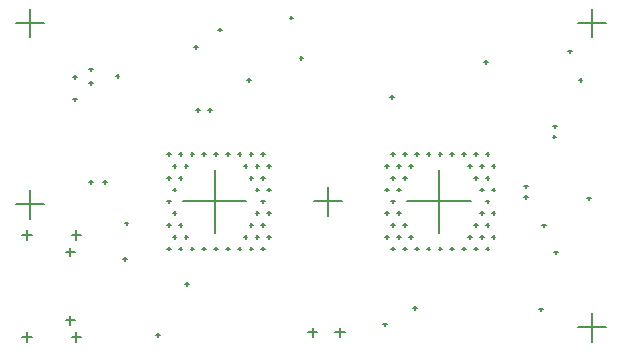
<source format=gbr>
G04*
G04 #@! TF.GenerationSoftware,Altium Limited,Altium Designer,25.2.1 (25)*
G04*
G04 Layer_Color=128*
%FSLAX25Y25*%
%MOIN*%
G70*
G04*
G04 #@! TF.SameCoordinates,44C634AB-46FA-46F5-9040-7CAB15AB579A*
G04*
G04*
G04 #@! TF.FilePolarity,Positive*
G04*
G01*
G75*
%ADD81C,0.00500*%
D81*
X86793Y-85099D02*
X89943D01*
X88368Y-86674D02*
Y-83524D01*
X77738Y-85099D02*
X80888D01*
X79313Y-86674D02*
Y-83524D01*
X-17491Y-52715D02*
X-14341D01*
X-15916Y-54290D02*
Y-51141D01*
X-1034Y-52715D02*
X2115D01*
X541Y-54290D02*
Y-51141D01*
X-1034Y-86731D02*
X2115D01*
X541Y-88306D02*
Y-85156D01*
X-17491Y-86731D02*
X-14341D01*
X-15916Y-88306D02*
Y-85156D01*
X-3022Y-81101D02*
X-70D01*
X-1546Y-82578D02*
Y-79625D01*
X-3022Y-58345D02*
X-70D01*
X-1546Y-59822D02*
Y-56869D01*
X110856Y-41500D02*
X131947D01*
X121402Y-52045D02*
Y-30955D01*
X36053Y-41500D02*
X57144D01*
X46598Y-52045D02*
Y-30955D01*
X167776Y-83500D02*
X177224D01*
X172500Y-88224D02*
Y-78776D01*
X167776Y18000D02*
X177224D01*
X172500Y13276D02*
Y22724D01*
X-19724Y-42500D02*
X-10276D01*
X-15000Y-47224D02*
Y-37776D01*
X79776Y-41500D02*
X89224D01*
X84500Y-46224D02*
Y-36776D01*
X-19724Y18000D02*
X-10276D01*
X-15000Y13276D02*
Y22724D01*
X13672Y270D02*
X14853D01*
X14263Y-321D02*
Y860D01*
X74971Y6409D02*
X76153D01*
X75562Y5819D02*
Y7000D01*
X44409Y-11000D02*
X45591D01*
X45000Y-11591D02*
Y-10409D01*
X36909Y-69000D02*
X38091D01*
X37500Y-69591D02*
Y-68410D01*
X164409Y8500D02*
X165591D01*
X165000Y7909D02*
Y9091D01*
X47909Y15819D02*
X49091D01*
X48500Y15228D02*
Y16409D01*
X16252Y-60658D02*
X17433D01*
X16842Y-61248D02*
Y-60067D01*
X40409Y-11000D02*
X41591D01*
X41000Y-11591D02*
Y-10409D01*
X30744Y-57220D02*
X31925D01*
X31335Y-57811D02*
Y-56630D01*
X32713Y-53283D02*
X33894D01*
X33303Y-53874D02*
Y-52693D01*
X30744Y-49346D02*
X31925D01*
X31335Y-49937D02*
Y-48756D01*
X32713Y-45409D02*
X33894D01*
X33303Y-46000D02*
Y-44819D01*
X30744Y-41472D02*
X31925D01*
X31335Y-42063D02*
Y-40882D01*
X32713Y-37535D02*
X33894D01*
X33303Y-38126D02*
Y-36945D01*
X30744Y-33598D02*
X31925D01*
X31335Y-34189D02*
Y-33008D01*
X32713Y-29661D02*
X33894D01*
X33303Y-30252D02*
Y-29071D01*
X30744Y-25724D02*
X31925D01*
X31335Y-26315D02*
Y-25134D01*
X34681Y-57220D02*
X35862D01*
X35272Y-57811D02*
Y-56630D01*
X36650Y-53283D02*
X37831D01*
X37240Y-53874D02*
Y-52693D01*
X34681Y-49346D02*
X35862D01*
X35272Y-49937D02*
Y-48756D01*
X34681Y-33598D02*
X35862D01*
X35272Y-34189D02*
Y-33008D01*
X36650Y-29661D02*
X37831D01*
X37240Y-30252D02*
Y-29071D01*
X34681Y-25724D02*
X35862D01*
X35272Y-26315D02*
Y-25134D01*
X38618Y-57220D02*
X39799D01*
X39209Y-57811D02*
Y-56630D01*
X38618Y-25724D02*
X39799D01*
X39209Y-26315D02*
Y-25134D01*
X42555Y-57220D02*
X43736D01*
X43146Y-57811D02*
Y-56630D01*
X42555Y-25724D02*
X43736D01*
X43146Y-26315D02*
Y-25134D01*
X46492Y-57220D02*
X47673D01*
X47083Y-57811D02*
Y-56630D01*
X46492Y-25724D02*
X47673D01*
X47083Y-26315D02*
Y-25134D01*
X50429Y-57220D02*
X51610D01*
X51020Y-57811D02*
Y-56630D01*
X50429Y-25724D02*
X51610D01*
X51020Y-26315D02*
Y-25134D01*
X54366Y-57220D02*
X55547D01*
X54957Y-57811D02*
Y-56630D01*
X56335Y-53283D02*
X57516D01*
X56925Y-53874D02*
Y-52693D01*
X56335Y-29661D02*
X57516D01*
X56925Y-30252D02*
Y-29071D01*
X54366Y-25724D02*
X55547D01*
X54957Y-26315D02*
Y-25134D01*
X58303Y-57220D02*
X59484D01*
X58894Y-57811D02*
Y-56630D01*
X60272Y-53283D02*
X61453D01*
X60862Y-53874D02*
Y-52693D01*
X58303Y-49346D02*
X59484D01*
X58894Y-49937D02*
Y-48756D01*
X60272Y-45409D02*
X61453D01*
X60862Y-46000D02*
Y-44819D01*
X60272Y-37535D02*
X61453D01*
X60862Y-38126D02*
Y-36945D01*
X58303Y-33598D02*
X59484D01*
X58894Y-34189D02*
Y-33008D01*
X60272Y-29661D02*
X61453D01*
X60862Y-30252D02*
Y-29071D01*
X58303Y-25724D02*
X59484D01*
X58894Y-26315D02*
Y-25134D01*
X62240Y-57220D02*
X63421D01*
X62831Y-57811D02*
Y-56630D01*
X64209Y-53283D02*
X65390D01*
X64799Y-53874D02*
Y-52693D01*
X62240Y-49346D02*
X63421D01*
X62831Y-49937D02*
Y-48756D01*
X64209Y-45409D02*
X65390D01*
X64799Y-46000D02*
Y-44819D01*
X62240Y-41472D02*
X63421D01*
X62831Y-42063D02*
Y-40882D01*
X64209Y-37535D02*
X65390D01*
X64799Y-38126D02*
Y-36945D01*
X62240Y-33598D02*
X63421D01*
X62831Y-34189D02*
Y-33008D01*
X64209Y-29661D02*
X65390D01*
X64799Y-30252D02*
Y-29071D01*
X62240Y-25724D02*
X63421D01*
X62831Y-26315D02*
Y-25134D01*
X103579Y-53283D02*
X104760D01*
X104169Y-53874D02*
Y-52693D01*
X103579Y-45409D02*
X104760D01*
X104169Y-46000D02*
Y-44819D01*
X103579Y-37535D02*
X104760D01*
X104169Y-38126D02*
Y-36945D01*
X103579Y-29661D02*
X104760D01*
X104169Y-30252D02*
Y-29071D01*
X105547Y-57220D02*
X106728D01*
X106138Y-57811D02*
Y-56630D01*
X107516Y-53283D02*
X108697D01*
X108107Y-53874D02*
Y-52693D01*
X105547Y-49346D02*
X106728D01*
X106138Y-49937D02*
Y-48756D01*
X107516Y-45409D02*
X108697D01*
X108107Y-46000D02*
Y-44819D01*
X105547Y-41472D02*
X106728D01*
X106138Y-42063D02*
Y-40882D01*
X107516Y-37535D02*
X108697D01*
X108107Y-38126D02*
Y-36945D01*
X105547Y-33598D02*
X106728D01*
X106138Y-34189D02*
Y-33008D01*
X107516Y-29661D02*
X108697D01*
X108107Y-30252D02*
Y-29071D01*
X105547Y-25724D02*
X106728D01*
X106138Y-26315D02*
Y-25134D01*
X109485Y-57220D02*
X110666D01*
X110075Y-57811D02*
Y-56630D01*
X111453Y-53283D02*
X112634D01*
X112043Y-53874D02*
Y-52693D01*
X109485Y-49346D02*
X110666D01*
X110075Y-49937D02*
Y-48756D01*
X109485Y-33598D02*
X110666D01*
X110075Y-34189D02*
Y-33008D01*
X111453Y-29661D02*
X112634D01*
X112043Y-30252D02*
Y-29071D01*
X109485Y-25724D02*
X110666D01*
X110075Y-26315D02*
Y-25134D01*
X113421Y-57220D02*
X114602D01*
X114012Y-57811D02*
Y-56630D01*
X113421Y-25724D02*
X114602D01*
X114012Y-26315D02*
Y-25134D01*
X117359Y-57220D02*
X118540D01*
X117949Y-57811D02*
Y-56630D01*
X117359Y-25724D02*
X118540D01*
X117949Y-26315D02*
Y-25134D01*
X121296Y-57220D02*
X122476D01*
X121886Y-57811D02*
Y-56630D01*
X121296Y-25724D02*
X122476D01*
X121886Y-26315D02*
Y-25134D01*
X125233Y-57220D02*
X126414D01*
X125823Y-57811D02*
Y-56630D01*
X125233Y-25724D02*
X126414D01*
X125823Y-26315D02*
Y-25134D01*
X129170Y-57220D02*
X130351D01*
X129760Y-57811D02*
Y-56630D01*
X131138Y-53283D02*
X132319D01*
X131729Y-53874D02*
Y-52693D01*
X131138Y-29661D02*
X132319D01*
X131729Y-30252D02*
Y-29071D01*
X129170Y-25724D02*
X130351D01*
X129760Y-26315D02*
Y-25134D01*
X133107Y-57220D02*
X134288D01*
X133697Y-57811D02*
Y-56630D01*
X135075Y-53283D02*
X136256D01*
X135666Y-53874D02*
Y-52693D01*
X133107Y-49346D02*
X134288D01*
X133697Y-49937D02*
Y-48756D01*
X135075Y-45409D02*
X136256D01*
X135666Y-46000D02*
Y-44819D01*
X135075Y-37535D02*
X136256D01*
X135666Y-38126D02*
Y-36945D01*
X133107Y-33598D02*
X134288D01*
X133697Y-34189D02*
Y-33008D01*
X135075Y-29661D02*
X136256D01*
X135666Y-30252D02*
Y-29071D01*
X133107Y-25724D02*
X134288D01*
X133697Y-26315D02*
Y-25134D01*
X137044Y-57220D02*
X138225D01*
X137634Y-57811D02*
Y-56630D01*
X139012Y-53283D02*
X140193D01*
X139603Y-53874D02*
Y-52693D01*
X137044Y-49346D02*
X138225D01*
X137634Y-49937D02*
Y-48756D01*
X139012Y-45409D02*
X140193D01*
X139603Y-46000D02*
Y-44819D01*
X137044Y-41472D02*
X138225D01*
X137634Y-42063D02*
Y-40882D01*
X139012Y-37535D02*
X140193D01*
X139603Y-38126D02*
Y-36945D01*
X137044Y-33598D02*
X138225D01*
X137634Y-34189D02*
Y-33008D01*
X139012Y-29661D02*
X140193D01*
X139603Y-30252D02*
Y-29071D01*
X137044Y-25724D02*
X138225D01*
X137634Y-26315D02*
Y-25134D01*
X57410Y-1000D02*
X58591D01*
X58000Y-1591D02*
Y-410D01*
X102909Y-82500D02*
X104091D01*
X103500Y-83091D02*
Y-81910D01*
X71649Y19819D02*
X72830D01*
X72239Y19228D02*
Y20410D01*
X170909Y-40500D02*
X172091D01*
X171500Y-41091D02*
Y-39909D01*
X112909Y-77000D02*
X114091D01*
X113500Y-77591D02*
Y-76410D01*
X39909Y10000D02*
X41091D01*
X40500Y9409D02*
Y10591D01*
X154909Y-77500D02*
X156091D01*
X155500Y-78091D02*
Y-76910D01*
X-591Y0D02*
X591D01*
X0Y-591D02*
Y591D01*
X4909Y-2000D02*
X6091D01*
X5500Y-2591D02*
Y-1409D01*
X4909Y2500D02*
X6091D01*
X5500Y1909D02*
Y3091D01*
X159409Y-16500D02*
X160591D01*
X160000Y-17090D02*
Y-15910D01*
X159909Y-58500D02*
X161091D01*
X160500Y-59091D02*
Y-57910D01*
X149909Y-40000D02*
X151091D01*
X150500Y-40591D02*
Y-39409D01*
X149909Y-36500D02*
X151091D01*
X150500Y-37091D02*
Y-35909D01*
X9409Y-35000D02*
X10591D01*
X10000Y-35591D02*
Y-34409D01*
X4909Y-35000D02*
X6091D01*
X5500Y-35591D02*
Y-34409D01*
X27161Y-86091D02*
X28342D01*
X27751Y-86681D02*
Y-85500D01*
X105200Y-6626D02*
X106381D01*
X105791Y-7217D02*
Y-6036D01*
X168000Y-1015D02*
X169181D01*
X168591Y-1605D02*
Y-424D01*
X136409Y5000D02*
X137591D01*
X137000Y4409D02*
Y5591D01*
X-591Y-7500D02*
X591D01*
X0Y-8091D02*
Y-6909D01*
X16739Y-48830D02*
X17920D01*
X17330Y-49420D02*
Y-48239D01*
X155909Y-49500D02*
X157091D01*
X156500Y-50091D02*
Y-48909D01*
X159289Y-19880D02*
X160470D01*
X159880Y-20470D02*
Y-19289D01*
M02*

</source>
